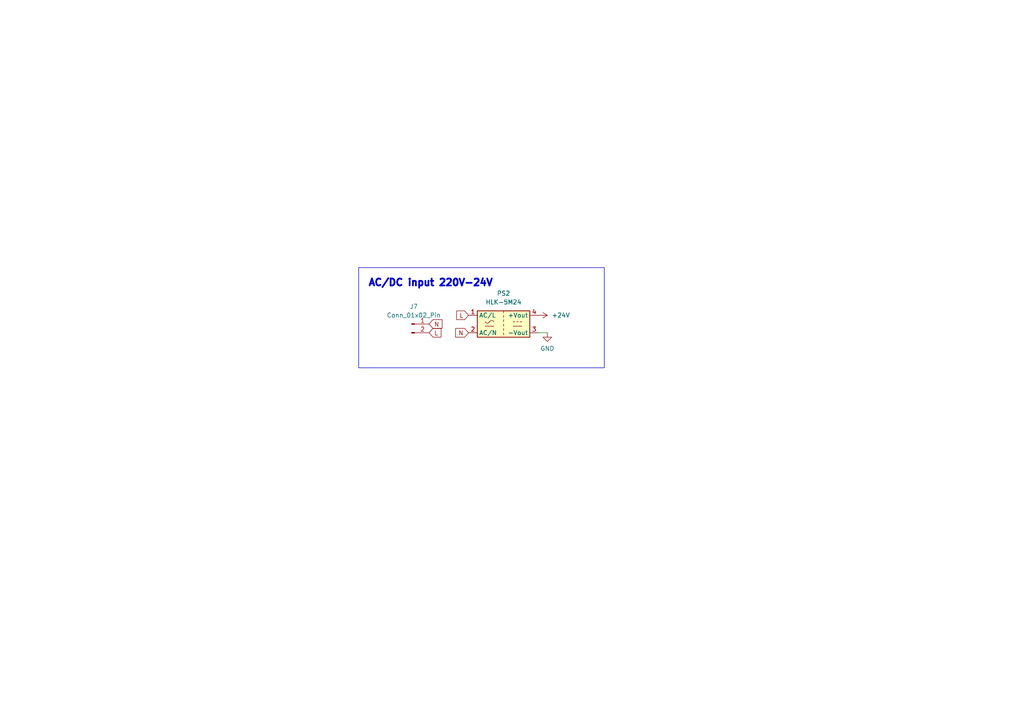
<source format=kicad_sch>
(kicad_sch (version 20231120) (generator "eeschema") (generator_version "8.0")
  (paper "A4")
  (lib_symbols
    (symbol "Connector:Conn_01x02_Pin" (pin_names (offset 1.016) hide)
      (property "Reference" "J" (at 0 2.54 0))
      (property "Value" "Conn_01x02_Pin" (at 0 -5.08 0))
      (symbol "Conn_01x02_Pin_1_1"
        (polyline (pts (xy 1.27 -2.54) (xy 0.8636 -2.54)) (stroke (width 0.1524)))
        (polyline (pts (xy 1.27 0) (xy 0.8636 0)) (stroke (width 0.1524)))
        (rectangle (start 0.8636 -2.413) (end 0 -2.667) (stroke (width 0.1524)) (fill (type outline)))
        (rectangle (start 0.8636 0.127) (end 0 -0.127) (stroke (width 0.1524)) (fill (type outline)))
        (pin passive line (at 5.08 0 180) (length 3.81) (name "Pin_1") (number "1"))
        (pin passive line (at 5.08 -2.54 180) (length 3.81) (name "Pin_2") (number "2"))
      )
    )
    (symbol "Converter_ACDC:HLK-5M24"
      (property "Reference" "PS" (at 0 5.08 0))
      (property "Value" "HLK-5M24" (at 0 -5.08 0))
      (symbol "HLK-5M24_0_1"
        (rectangle (start -7.62 3.81) (end 7.62 -3.81) (stroke (width 0.254)) (fill (type background)))
        (arc (start -5.334 0.635) (mid -4.699 0.2495) (end -4.064 0.635))
        (arc (start -2.794 0.635) (mid -3.429 1.0072) (end -4.064 0.635))
        (polyline (pts (xy -5.334 -0.635) (xy -2.794 -0.635)))
        (polyline (pts (xy 0 -2.54) (xy 0 -3.175)))
        (polyline (pts (xy 0 -1.27) (xy 0 -1.905)))
        (polyline (pts (xy 0 0) (xy 0 -0.635)))
        (polyline (pts (xy 0 1.27) (xy 0 0.635)))
        (polyline (pts (xy 0 2.54) (xy 0 1.905)))
        (polyline (pts (xy 0 3.81) (xy 0 3.175)))
        (polyline (pts (xy 2.794 -0.635) (xy 5.334 -0.635)))
        (polyline (pts (xy 2.794 0.635) (xy 3.302 0.635)))
        (polyline (pts (xy 3.81 0.635) (xy 4.318 0.635)))
        (polyline (pts (xy 4.826 0.635) (xy 5.334 0.635)))
      )
      (symbol "HLK-5M24_1_1"
        (pin power_in line (at -10.16 2.54 0) (length 2.54) (name "AC/L") (number "1"))
        (pin power_in line (at -10.16 -2.54 0) (length 2.54) (name "AC/N") (number "2"))
        (pin power_out line (at 10.16 -2.54 180) (length 2.54) (name "-Vout") (number "3"))
        (pin power_out line (at 10.16 2.54 180) (length 2.54) (name "+Vout") (number "4"))
      )
    )
    (symbol "GND_1" (power) (pin_names (offset 0))
      (property "Value" "GND_1" (at 0 -3.81 0))
      (symbol "GND_1_0_1"
        (polyline (pts (xy 0 0) (xy 0 -1.27) (xy 1.27 -1.27) (xy 0 -2.54) (xy -1.27 -1.27) (xy 0 -1.27)))
      )
      (symbol "GND_1_1_1"
        (pin power_in line (at 0 0 270) (length 0) hide (name "GND") (number "1"))
      )
    )
    (symbol "power:+24V" (power) (pin_numbers hide) (pin_names (offset 0) hide)
      (property "Value" "+24V" (at 0 3.556 0))
      (symbol "+24V_0_1"
        (polyline (pts (xy -0.762 1.27) (xy 0 2.54)))
        (polyline (pts (xy 0 0) (xy 0 2.54)))
        (polyline (pts (xy 0 2.54) (xy 0.762 1.27)))
      )
      (symbol "+24V_1_1"
        (pin power_in line (at 0 0 90) (length 0) (name "~") (number "1"))
      )
    )
  )
  (wire (pts (xy 156.21 96.52) (xy 158.75 96.52)))
  (rectangle (start 104.0384 77.6224) (end 175.26 106.68))
  (text "AC/DC input 220V-24V\n" (at 106.68 83.312 0) (effects (font (size 2 2) (thickness 0.8) (bold yes)) (justify left bottom)))
  (global_label "N" (shape input) (at 135.89 96.52 180) (property "Intersheetrefs" "${INTERSHEET_REFS}" (effects (hide yes))))
  (global_label "N" (shape input) (at 124.46 93.98 0) (property "Intersheetrefs" "${INTERSHEET_REFS}" (effects (hide yes))))
  (global_label "L" (shape input) (at 124.46 96.52 0) (property "Intersheetrefs" "${INTERSHEET_REFS}" (effects (hide yes))))
  (global_label "L" (shape input) (at 135.89 91.44 180) (property "Intersheetrefs" "${INTERSHEET_REFS}" (effects (hide yes))))
  (symbol (lib_name "GND_1") (lib_id "power:GND") (at 158.75 96.52 0) (unit 1)
    (property "Reference" "#PWR056" (effects (hide yes)))
    (property "Value" "GND" (at 158.75 101.092 0))
  )
  (symbol (lib_id "Converter_ACDC:HLK-5M24") (at 146.05 93.98 0) (unit 1)
    (property "Reference" "PS2" (at 146.05 85.09 0))
    (property "Value" "HLK-5M24" (at 146.05 87.63 0))
    (property "Footprint" "Converter_ACDC:Converter_ACDC_Hi-Link_HLK-5Mxx" (effects (hide yes)))
    (property "Datasheet" "http://h.hlktech.com/download/ACDC%E7%94%B5%E6%BA%90%E6%A8%A1%E5%9D%975W%E7%B3%BB%E5%88%97/1/%E6%B5%B7%E5%87%8C%E7%A7%915W%E7%B3%BB%E5%88%97%E7%94%B5%E6%BA%90%E6%A8%A1%E5%9D%97%E8%A7%84%E6%A0%BC%E4%B9%A6V2.8.pdf" (effects (hide yes)))
    (property "Description" "Compact AC/DC board mount power module 5W, 24V 0.208A" (effects (hide yes)))
  )
  (symbol (lib_id "power:+24V") (at 156.21 91.44 270) (unit 1)
    (property "Reference" "#PWR054" (effects (hide yes)))
    (property "Value" "+24V" (at 160.02 91.4399 90) (effects (justify left)))
    (property "Description" "Power symbol creates a global label with name \"+24V\"" (effects (hide yes)))
  )
  (symbol (lib_id "Connector:Conn_01x02_Pin") (at 119.38 93.98 0) (unit 1)
    (property "Reference" "J7" (at 120.015 88.9 0))
    (property "Value" "Conn_01x02_Pin" (at 120.015 91.44 0))
    (property "Footprint" "Connector_Phoenix_MC:PhoenixContact_MC_1,5_2-G-3.5_1x02_P3.50mm_Horizontal" (effects (hide yes)))
  )
)
</source>
